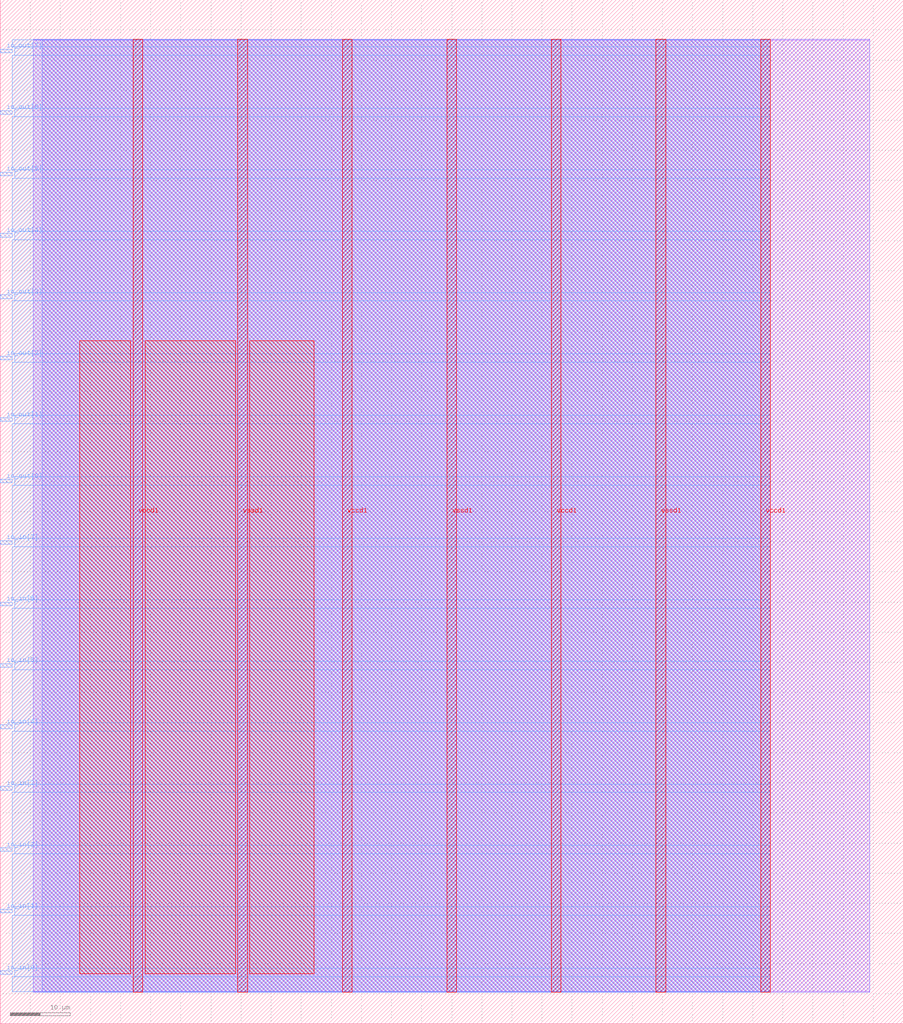
<source format=lef>
VERSION 5.7 ;
  NOWIREEXTENSIONATPIN ON ;
  DIVIDERCHAR "/" ;
  BUSBITCHARS "[]" ;
MACRO cchan_fp8_multiplier
  CLASS BLOCK ;
  FOREIGN cchan_fp8_multiplier ;
  ORIGIN 0.000 0.000 ;
  SIZE 150.000 BY 170.000 ;
  PIN io_in[0]
    DIRECTION INPUT ;
    USE SIGNAL ;
    PORT
      LAYER met3 ;
        RECT 0.000 8.200 2.000 8.800 ;
    END
  END io_in[0]
  PIN io_in[1]
    DIRECTION INPUT ;
    USE SIGNAL ;
    PORT
      LAYER met3 ;
        RECT 0.000 18.400 2.000 19.000 ;
    END
  END io_in[1]
  PIN io_in[2]
    DIRECTION INPUT ;
    USE SIGNAL ;
    PORT
      LAYER met3 ;
        RECT 0.000 28.600 2.000 29.200 ;
    END
  END io_in[2]
  PIN io_in[3]
    DIRECTION INPUT ;
    USE SIGNAL ;
    PORT
      LAYER met3 ;
        RECT 0.000 38.800 2.000 39.400 ;
    END
  END io_in[3]
  PIN io_in[4]
    DIRECTION INPUT ;
    USE SIGNAL ;
    PORT
      LAYER met3 ;
        RECT 0.000 49.000 2.000 49.600 ;
    END
  END io_in[4]
  PIN io_in[5]
    DIRECTION INPUT ;
    USE SIGNAL ;
    PORT
      LAYER met3 ;
        RECT 0.000 59.200 2.000 59.800 ;
    END
  END io_in[5]
  PIN io_in[6]
    DIRECTION INPUT ;
    USE SIGNAL ;
    PORT
      LAYER met3 ;
        RECT 0.000 69.400 2.000 70.000 ;
    END
  END io_in[6]
  PIN io_in[7]
    DIRECTION INPUT ;
    USE SIGNAL ;
    PORT
      LAYER met3 ;
        RECT 0.000 79.600 2.000 80.200 ;
    END
  END io_in[7]
  PIN io_out[0]
    DIRECTION OUTPUT TRISTATE ;
    USE SIGNAL ;
    PORT
      LAYER met3 ;
        RECT 0.000 89.800 2.000 90.400 ;
    END
  END io_out[0]
  PIN io_out[1]
    DIRECTION OUTPUT TRISTATE ;
    USE SIGNAL ;
    PORT
      LAYER met3 ;
        RECT 0.000 100.000 2.000 100.600 ;
    END
  END io_out[1]
  PIN io_out[2]
    DIRECTION OUTPUT TRISTATE ;
    USE SIGNAL ;
    PORT
      LAYER met3 ;
        RECT 0.000 110.200 2.000 110.800 ;
    END
  END io_out[2]
  PIN io_out[3]
    DIRECTION OUTPUT TRISTATE ;
    USE SIGNAL ;
    PORT
      LAYER met3 ;
        RECT 0.000 120.400 2.000 121.000 ;
    END
  END io_out[3]
  PIN io_out[4]
    DIRECTION OUTPUT TRISTATE ;
    USE SIGNAL ;
    PORT
      LAYER met3 ;
        RECT 0.000 130.600 2.000 131.200 ;
    END
  END io_out[4]
  PIN io_out[5]
    DIRECTION OUTPUT TRISTATE ;
    USE SIGNAL ;
    PORT
      LAYER met3 ;
        RECT 0.000 140.800 2.000 141.400 ;
    END
  END io_out[5]
  PIN io_out[6]
    DIRECTION OUTPUT TRISTATE ;
    USE SIGNAL ;
    PORT
      LAYER met3 ;
        RECT 0.000 151.000 2.000 151.600 ;
    END
  END io_out[6]
  PIN io_out[7]
    DIRECTION OUTPUT TRISTATE ;
    USE SIGNAL ;
    PORT
      LAYER met3 ;
        RECT 0.000 161.200 2.000 161.800 ;
    END
  END io_out[7]
  PIN vccd1
    DIRECTION INOUT ;
    USE POWER ;
    PORT
      LAYER met4 ;
        RECT 22.090 5.200 23.690 163.440 ;
    END
    PORT
      LAYER met4 ;
        RECT 56.830 5.200 58.430 163.440 ;
    END
    PORT
      LAYER met4 ;
        RECT 91.570 5.200 93.170 163.440 ;
    END
    PORT
      LAYER met4 ;
        RECT 126.310 5.200 127.910 163.440 ;
    END
  END vccd1
  PIN vssd1
    DIRECTION INOUT ;
    USE GROUND ;
    PORT
      LAYER met4 ;
        RECT 39.460 5.200 41.060 163.440 ;
    END
    PORT
      LAYER met4 ;
        RECT 74.200 5.200 75.800 163.440 ;
    END
    PORT
      LAYER met4 ;
        RECT 108.940 5.200 110.540 163.440 ;
    END
  END vssd1
  OBS
      LAYER li1 ;
        RECT 5.520 5.355 144.440 163.285 ;
      LAYER met1 ;
        RECT 5.520 5.200 144.440 163.440 ;
      LAYER met2 ;
        RECT 6.990 5.255 127.880 163.385 ;
      LAYER met3 ;
        RECT 2.000 162.200 127.900 163.365 ;
        RECT 2.400 160.800 127.900 162.200 ;
        RECT 2.000 152.000 127.900 160.800 ;
        RECT 2.400 150.600 127.900 152.000 ;
        RECT 2.000 141.800 127.900 150.600 ;
        RECT 2.400 140.400 127.900 141.800 ;
        RECT 2.000 131.600 127.900 140.400 ;
        RECT 2.400 130.200 127.900 131.600 ;
        RECT 2.000 121.400 127.900 130.200 ;
        RECT 2.400 120.000 127.900 121.400 ;
        RECT 2.000 111.200 127.900 120.000 ;
        RECT 2.400 109.800 127.900 111.200 ;
        RECT 2.000 101.000 127.900 109.800 ;
        RECT 2.400 99.600 127.900 101.000 ;
        RECT 2.000 90.800 127.900 99.600 ;
        RECT 2.400 89.400 127.900 90.800 ;
        RECT 2.000 80.600 127.900 89.400 ;
        RECT 2.400 79.200 127.900 80.600 ;
        RECT 2.000 70.400 127.900 79.200 ;
        RECT 2.400 69.000 127.900 70.400 ;
        RECT 2.000 60.200 127.900 69.000 ;
        RECT 2.400 58.800 127.900 60.200 ;
        RECT 2.000 50.000 127.900 58.800 ;
        RECT 2.400 48.600 127.900 50.000 ;
        RECT 2.000 39.800 127.900 48.600 ;
        RECT 2.400 38.400 127.900 39.800 ;
        RECT 2.000 29.600 127.900 38.400 ;
        RECT 2.400 28.200 127.900 29.600 ;
        RECT 2.000 19.400 127.900 28.200 ;
        RECT 2.400 18.000 127.900 19.400 ;
        RECT 2.000 9.200 127.900 18.000 ;
        RECT 2.400 7.800 127.900 9.200 ;
        RECT 2.000 5.275 127.900 7.800 ;
      LAYER met4 ;
        RECT 13.175 8.335 21.690 113.385 ;
        RECT 24.090 8.335 39.060 113.385 ;
        RECT 41.460 8.335 52.145 113.385 ;
  END
END cchan_fp8_multiplier
END LIBRARY


</source>
